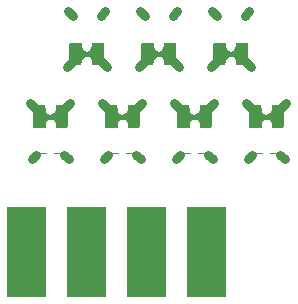
<source format=gbr>
G04 start of page 9 for group -4015 idx -4015 *
G04 Title: LED carrier v. 0.1, toppaste *
G04 Creator: pcb 1.99x *
G04 CreationDate: Sat Jul 25 11:21:37 2009 UTC *
G04 For: davidellsworth *
G04 Format: Gerber/RS-274X *
G04 PCB-Dimensions: 120000 122000 *
G04 PCB-Coordinate-Origin: lower left *
%MOIN*%
%FSLAX24Y24*%
%LNFRONTPASTE*%
%ADD16C,0.0150*%
%ADD18R,0.1300X0.1300*%
%ADD19C,0.0290*%
%ADD20R,0.0020X0.0020*%
%ADD21C,0.0080*%
%ADD22R,0.0380X0.0380*%
%ADD23C,0.0050*%
%ADD24C,0.0020*%
%ADD25C,0.0100*%
G54D19*X7680Y9520D02*X7840Y9360D01*
G54D20*X7870Y9330D02*X8190D01*
G54D19*X8770Y9360D02*X8930Y9520D01*
G54D20*X8420Y9330D02*X8740D01*
G54D21*X7750Y8420D02*Y7800D01*
G54D23*X8170Y8010D02*X8320Y8070D01*
G54D21*X8860Y8420D02*Y7820D01*
G54D19*X8740Y7880D02*X8970Y7650D01*
X7640D02*X7870Y7880D01*
G54D21*X8520Y8310D02*Y7760D01*
G54D24*X8490Y8450D02*Y7820D01*
G54D22*X8680Y8270D02*Y7910D01*
G54D25*X8410Y8060D02*X8510Y7970D01*
G54D23*X8310Y8060D02*X8460Y8010D01*
Y8210D02*X8510Y8340D01*
X8300Y8140D02*X8450Y8190D01*
X8100Y8330D02*X8150Y8210D01*
G54D22*X7930Y8270D02*Y7910D01*
G54D25*X8100Y7960D02*X8200Y8060D01*
G54D23*X8100Y7860D02*X8150Y8000D01*
G54D25*X8070Y8270D02*X8200Y8140D01*
G54D24*X8120Y8450D02*Y7810D01*
G54D16*X8110Y8100D02*X8500D01*
G54D23*X8170Y8190D02*X8320Y8140D01*
G54D21*X8090Y8380D02*Y7760D01*
G54D25*X8410Y8140D02*X8510Y8240D01*
G54D24*X8490Y8450D02*Y7810D01*
G54D23*X8470Y7970D02*X8520Y7840D01*
G54D19*X2880Y9520D02*X3040Y9360D01*
G54D20*X3070Y9330D02*X3390D01*
G54D19*X3970Y9360D02*X4130Y9520D01*
G54D20*X3620Y9330D02*X3940D01*
G54D21*X2950Y8420D02*Y7800D01*
G54D23*X3370Y8010D02*X3520Y8070D01*
G54D21*X4060Y8420D02*Y7820D01*
G54D19*X3940Y7880D02*X4170Y7650D01*
X2840D02*X3070Y7880D01*
G54D21*X3720Y8310D02*Y7760D01*
G54D24*X3690Y8450D02*Y7820D01*
G54D22*X3880Y8270D02*Y7910D01*
G54D25*X3610Y8060D02*X3710Y7970D01*
G54D23*X3510Y8060D02*X3660Y8010D01*
Y8210D02*X3710Y8340D01*
X3500Y8140D02*X3650Y8190D01*
X3300Y8330D02*X3350Y8210D01*
G54D22*X3130Y8270D02*Y7910D01*
G54D25*X3300Y7960D02*X3400Y8060D01*
G54D23*X3300Y7860D02*X3350Y8000D01*
G54D25*X3270Y8270D02*X3400Y8140D01*
G54D24*X3320Y8450D02*Y7810D01*
G54D16*X3310Y8100D02*X3700D01*
G54D23*X3370Y8190D02*X3520Y8140D01*
G54D21*X3290Y8380D02*Y7760D01*
G54D25*X3610Y8140D02*X3710Y8240D01*
G54D24*X3690Y8450D02*Y7810D01*
G54D23*X3670Y7970D02*X3720Y7840D01*
G54D19*X9960Y4740D02*X10120Y4580D01*
G54D20*X9610Y4770D02*X9930D01*
G54D19*X8870Y4580D02*X9030Y4740D01*
G54D20*X9060Y4770D02*X9380D01*
G54D21*X10050Y6300D02*Y5680D01*
G54D23*X9480Y6030D02*X9630Y6090D01*
G54D21*X8940Y6280D02*Y5680D01*
G54D19*X8830Y6450D02*X9060Y6220D01*
X9930D02*X10160Y6450D01*
G54D21*X9280Y6340D02*Y5790D01*
G54D24*X9310Y6280D02*Y5650D01*
G54D22*X9120Y6190D02*Y5830D01*
G54D25*X9290Y6130D02*X9390Y6040D01*
G54D23*X9340Y6090D02*X9490Y6040D01*
X9290Y5760D02*X9340Y5890D01*
X9350Y5910D02*X9500Y5960D01*
X9650Y5890D02*X9700Y5770D01*
G54D22*X9870Y6190D02*Y5830D01*
G54D25*X9600Y6040D02*X9700Y6140D01*
G54D23*X9650Y6100D02*X9700Y6240D01*
G54D25*X9600Y5960D02*X9730Y5830D01*
G54D24*X9680Y6290D02*Y5650D01*
G54D16*X9300Y6000D02*X9690D01*
G54D23*X9480Y5960D02*X9630Y5910D01*
G54D21*X9710Y6340D02*Y5720D01*
G54D25*X9290Y5860D02*X9390Y5960D01*
G54D24*X9310Y6290D02*Y5650D01*
G54D23*X9280Y6260D02*X9330Y6130D01*
G54D19*X2760Y4740D02*X2920Y4580D01*
G54D20*X2410Y4770D02*X2730D01*
G54D19*X1670Y4580D02*X1830Y4740D01*
G54D20*X1860Y4770D02*X2180D01*
G54D21*X2850Y6300D02*Y5680D01*
G54D23*X2280Y6030D02*X2430Y6090D01*
G54D21*X1740Y6280D02*Y5680D01*
G54D19*X1630Y6450D02*X1860Y6220D01*
X2730D02*X2960Y6450D01*
G54D21*X2080Y6340D02*Y5790D01*
G54D24*X2110Y6280D02*Y5650D01*
G54D22*X1920Y6190D02*Y5830D01*
G54D25*X2090Y6130D02*X2190Y6040D01*
G54D23*X2140Y6090D02*X2290Y6040D01*
X2090Y5760D02*X2140Y5890D01*
X2150Y5910D02*X2300Y5960D01*
X2450Y5890D02*X2500Y5770D01*
G54D22*X2670Y6190D02*Y5830D01*
G54D25*X2400Y6040D02*X2500Y6140D01*
G54D23*X2450Y6100D02*X2500Y6240D01*
G54D25*X2400Y5960D02*X2530Y5830D01*
G54D24*X2480Y6290D02*Y5650D01*
G54D16*X2100Y6000D02*X2490D01*
G54D23*X2280Y5960D02*X2430Y5910D01*
G54D21*X2510Y6340D02*Y5720D01*
G54D25*X2090Y5860D02*X2190Y5960D01*
G54D24*X2110Y6290D02*Y5650D01*
G54D23*X2080Y6260D02*X2130Y6130D01*
G54D19*X5160Y4740D02*X5320Y4580D01*
G54D20*X4810Y4770D02*X5130D01*
G54D19*X4070Y4580D02*X4230Y4740D01*
G54D20*X4260Y4770D02*X4580D01*
G54D21*X5250Y6300D02*Y5680D01*
G54D23*X4680Y6030D02*X4830Y6090D01*
G54D21*X4140Y6280D02*Y5680D01*
G54D19*X4030Y6450D02*X4260Y6220D01*
X5130D02*X5360Y6450D01*
G54D21*X4480Y6340D02*Y5790D01*
G54D24*X4510Y6280D02*Y5650D01*
G54D22*X4320Y6190D02*Y5830D01*
G54D25*X4490Y6130D02*X4590Y6040D01*
G54D23*X4540Y6090D02*X4690Y6040D01*
X4490Y5760D02*X4540Y5890D01*
X4550Y5910D02*X4700Y5960D01*
X4850Y5890D02*X4900Y5770D01*
G54D22*X5070Y6190D02*Y5830D01*
G54D25*X4800Y6040D02*X4900Y6140D01*
G54D23*X4850Y6100D02*X4900Y6240D01*
G54D25*X4800Y5960D02*X4930Y5830D01*
G54D24*X4880Y6290D02*Y5650D01*
G54D16*X4500Y6000D02*X4890D01*
G54D23*X4680Y5960D02*X4830Y5910D01*
G54D21*X4910Y6340D02*Y5720D01*
G54D25*X4490Y5860D02*X4590Y5960D01*
G54D24*X4510Y6290D02*Y5650D01*
G54D23*X4480Y6260D02*X4530Y6130D01*
G54D19*X7560Y4740D02*X7720Y4580D01*
G54D20*X7210Y4770D02*X7530D01*
G54D19*X6470Y4580D02*X6630Y4740D01*
G54D20*X6660Y4770D02*X6980D01*
G54D21*X7650Y6300D02*Y5680D01*
G54D23*X7080Y6030D02*X7230Y6090D01*
G54D21*X6540Y6280D02*Y5680D01*
G54D19*X6430Y6450D02*X6660Y6220D01*
X7530D02*X7760Y6450D01*
G54D21*X6880Y6340D02*Y5790D01*
G54D24*X6910Y6280D02*Y5650D01*
G54D22*X6720Y6190D02*Y5830D01*
G54D25*X6890Y6130D02*X6990Y6040D01*
G54D23*X6940Y6090D02*X7090Y6040D01*
X6890Y5760D02*X6940Y5890D01*
X6950Y5910D02*X7100Y5960D01*
X7250Y5890D02*X7300Y5770D01*
G54D22*X7470Y6190D02*Y5830D01*
G54D25*X7200Y6040D02*X7300Y6140D01*
G54D23*X7250Y6100D02*X7300Y6240D01*
G54D25*X7200Y5960D02*X7330Y5830D01*
G54D24*X7280Y6290D02*Y5650D01*
G54D16*X6900Y6000D02*X7290D01*
G54D23*X7080Y5960D02*X7230Y5910D01*
G54D21*X7310Y6340D02*Y5720D01*
G54D25*X6890Y5860D02*X6990Y5960D01*
G54D24*X6910Y6290D02*Y5650D01*
G54D23*X6880Y6260D02*X6930Y6130D01*
G54D18*X1500Y2350D02*Y650D01*
X3500Y2350D02*Y650D01*
X5500Y2350D02*Y650D01*
X7500Y2350D02*Y650D01*
G54D19*X5280Y9520D02*X5440Y9360D01*
G54D20*X5470Y9330D02*X5790D01*
G54D19*X6370Y9360D02*X6530Y9520D01*
G54D20*X6020Y9330D02*X6340D01*
G54D21*X5350Y8420D02*Y7800D01*
G54D23*X5770Y8010D02*X5920Y8070D01*
G54D21*X6460Y8420D02*Y7820D01*
G54D19*X6340Y7880D02*X6570Y7650D01*
X5240D02*X5470Y7880D01*
G54D21*X6120Y8310D02*Y7760D01*
G54D24*X6090Y8450D02*Y7820D01*
G54D22*X6280Y8270D02*Y7910D01*
G54D25*X6010Y8060D02*X6110Y7970D01*
G54D23*X5910Y8060D02*X6060Y8010D01*
Y8210D02*X6110Y8340D01*
X5900Y8140D02*X6050Y8190D01*
X5700Y8330D02*X5750Y8210D01*
G54D22*X5530Y8270D02*Y7910D01*
G54D25*X5700Y7960D02*X5800Y8060D01*
G54D23*X5700Y7860D02*X5750Y8000D01*
G54D25*X5670Y8270D02*X5800Y8140D01*
G54D24*X5720Y8450D02*Y7810D01*
G54D16*X5710Y8100D02*X6100D01*
G54D23*X5770Y8190D02*X5920Y8140D01*
G54D21*X5690Y8380D02*Y7760D01*
G54D25*X6010Y8140D02*X6110Y8240D01*
G54D24*X6090Y8450D02*Y7810D01*
G54D23*X6070Y7970D02*X6120Y7840D01*
M02*

</source>
